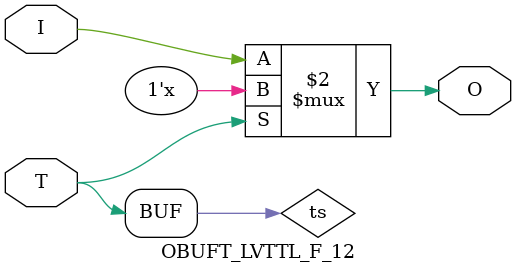
<source format=v>

/*

FUNCTION	: TRI-STATE OUTPUT BUFFER

*/

`celldefine
`timescale  100 ps / 10 ps

module OBUFT_LVTTL_F_12 (O, I, T);

    output O;

    input  I, T;

    or O1 (ts, 1'b0, T);
    bufif0 T1 (O, I, ts);

endmodule

</source>
